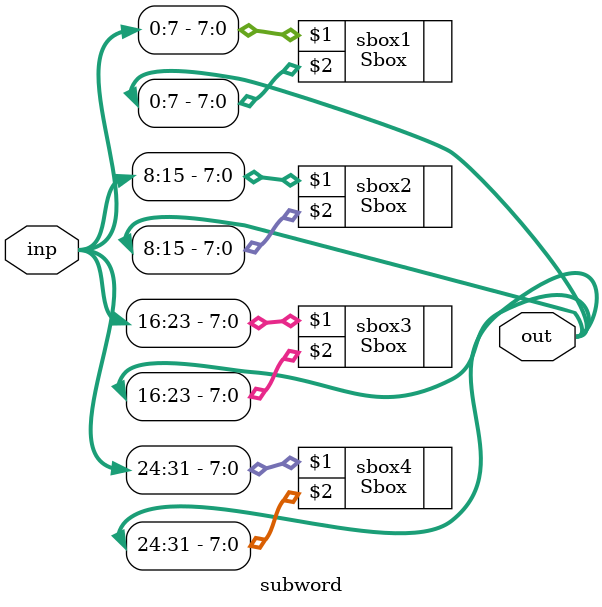
<source format=v>
`timescale 1ns / 1ps
module subword(inp,out);

input wire [0:31]inp;
output wire [0:31]out;

	
	Sbox sbox1(inp[0:7],out[0:7]);
	Sbox sbox2(inp[8:15],out[8:15]);
	Sbox sbox3(inp[16:23],out[16:23]);
	Sbox sbox4(inp[24:31],out[24:31]);
	
endmodule

</source>
